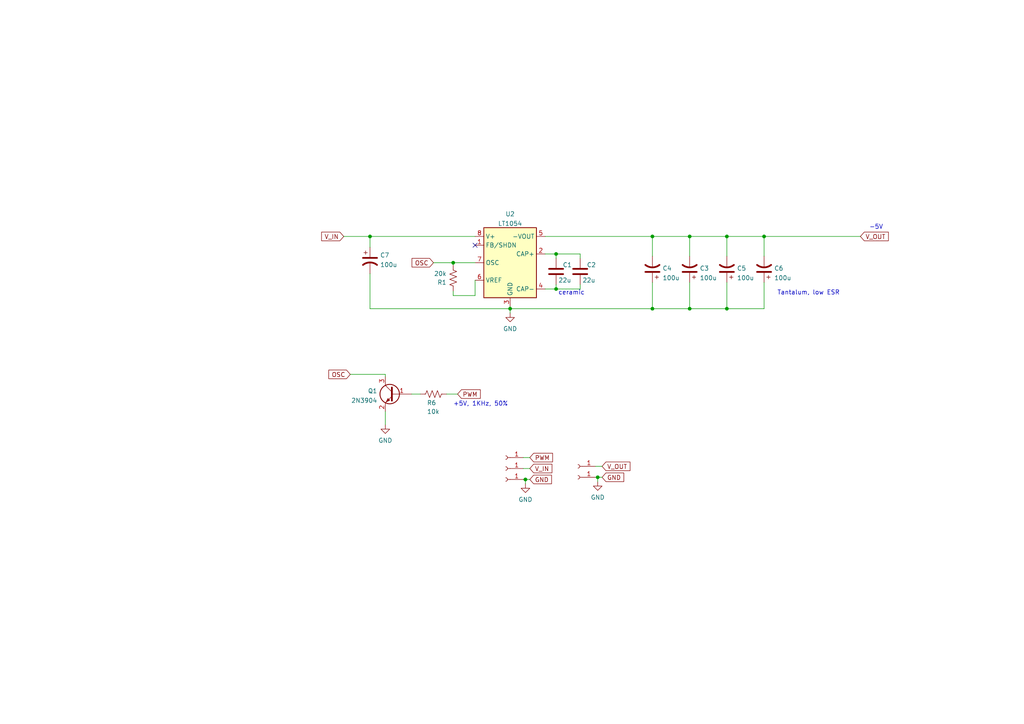
<source format=kicad_sch>
(kicad_sch (version 20211123) (generator eeschema)
  (paper "A4")
  (lib_symbols
    (symbol "!my-kicad-library:2N3904" (pin_names (offset 0) hide)
      (property "Reference" "Q" (at 5.08 1.905 0))
      (property "Value" "2N3904" (at 5.08 0 0))
      (symbol "2N3904_0_1"
        (polyline (pts (xy 0.635 0.635) (xy 2.54 2.54)))
        (polyline (pts (xy 0.635 -0.635) (xy 2.54 -2.54) (xy 2.54 -2.54)))
        (polyline (pts (xy 0.635 1.905) (xy 0.635 -1.905) (xy 0.635 -1.905)) (stroke (width 0.508)))
        (polyline (pts (xy 1.27 -1.778) (xy 1.778 -1.27) (xy 2.286 -2.286) (xy 1.27 -1.778) (xy 1.27 -1.778)) (fill (type outline)))
        (circle (center 1.27 0) (radius 2.8194) (stroke (width 0.254)))
      )
      (symbol "2N3904_1_1"
        (pin passive line (at -5.08 0 0) (length 5.715) (name "B") (number "1"))
        (pin passive line (at 2.54 -5.08 90) (length 2.54) (name "E") (number "2"))
        (pin passive line (at 2.54 5.08 270) (length 2.54) (name "C") (number "3"))
      )
    )
    (symbol "Connector:Conn_01x01_Female" (pin_names (offset 1.016) hide)
      (property "Reference" "J" (at 0 2.54 0))
      (property "Value" "Conn_01x01_Female" (at 0 -2.54 0))
      (symbol "Conn_01x01_Female_1_1"
        (polyline (pts (xy -1.27 0) (xy -0.508 0)) (stroke (width 0.1524)))
        (arc (start 0 0.508) (mid -0.508 0) (end 0 -0.508) (stroke (width 0.1524)))
        (pin passive line (at -5.08 0 0) (length 3.81) (name "Pin_1") (number "1"))
      )
    )
    (symbol "Device:C" (pin_numbers hide) (pin_names (offset 0.254))
      (property "Reference" "C" (at 0.635 2.54 0))
      (property "Value" "C" (at 0.635 -2.54 0))
      (symbol "C_0_1"
        (polyline (pts (xy -2.032 -0.762) (xy 2.032 -0.762)) (stroke (width 0.508)))
        (polyline (pts (xy -2.032 0.762) (xy 2.032 0.762)) (stroke (width 0.508)))
      )
      (symbol "C_1_1"
        (pin passive line (at 0 3.81 270) (length 2.794) (name "~") (number "1"))
        (pin passive line (at 0 -3.81 90) (length 2.794) (name "~") (number "2"))
      )
    )
    (symbol "Device:C_Polarized_US" (pin_numbers hide) (pin_names (offset 0.254) hide)
      (property "Reference" "C" (at 0.635 2.54 0))
      (property "Value" "C_Polarized_US" (at 0.635 -2.54 0))
      (symbol "C_Polarized_US_0_1"
        (polyline (pts (xy -2.032 0.762) (xy 2.032 0.762)) (stroke (width 0.508)))
        (polyline (pts (xy -1.778 2.286) (xy -0.762 2.286)))
        (polyline (pts (xy -1.27 1.778) (xy -1.27 2.794)))
        (arc (start 2.032 -1.27) (mid 0 -0.5572) (end -2.032 -1.27) (stroke (width 0.508)))
      )
      (symbol "C_Polarized_US_1_1"
        (pin passive line (at 0 3.81 270) (length 2.794) (name "~") (number "1"))
        (pin passive line (at 0 -3.81 90) (length 3.302) (name "~") (number "2"))
      )
    )
    (symbol "Device:R_US" (pin_numbers hide) (pin_names (offset 0))
      (property "Reference" "R" (at 2.54 0 90))
      (property "Value" "R_US" (at -2.54 0 90))
      (symbol "R_US_0_1"
        (polyline (pts (xy 0 -2.286) (xy 0 -2.54)))
        (polyline (pts (xy 0 2.286) (xy 0 2.54)))
        (polyline (pts (xy 0 -0.762) (xy 1.016 -1.143) (xy 0 -1.524) (xy -1.016 -1.905) (xy 0 -2.286)))
        (polyline (pts (xy 0 0.762) (xy 1.016 0.381) (xy 0 0) (xy -1.016 -0.381) (xy 0 -0.762)))
        (polyline (pts (xy 0 2.286) (xy 1.016 1.905) (xy 0 1.524) (xy -1.016 1.143) (xy 0 0.762)))
      )
      (symbol "R_US_1_1"
        (pin passive line (at 0 3.81 270) (length 1.27) (name "~") (number "1"))
        (pin passive line (at 0 -3.81 90) (length 1.27) (name "~") (number "2"))
      )
    )
    (symbol "Regulator_SwitchedCapacitor:LT1054"
      (property "Reference" "U" (at -6.604 11.176 0))
      (property "Value" "LT1054" (at 4.318 11.176 0))
      (symbol "LT1054_0_1"
        (rectangle (start -7.62 10.16) (end 7.62 -10.16) (stroke (width 0.254)) (fill (type background)))
      )
      (symbol "LT1054_1_1"
        (pin input line (at -10.16 5.08 0) (length 2.54) (name "FB/SHDN") (number "1"))
        (pin input line (at 10.16 2.54 180) (length 2.54) (name "CAP+") (number "2"))
        (pin power_in line (at 0 -12.7 90) (length 2.54) (name "GND") (number "3"))
        (pin input line (at 10.16 -7.62 180) (length 2.54) (name "CAP-") (number "4"))
        (pin power_out line (at 10.16 7.62 180) (length 2.54) (name "-VOUT") (number "5"))
        (pin output line (at -10.16 -5.08 0) (length 2.54) (name "VREF") (number "6"))
        (pin input line (at -10.16 0 0) (length 2.54) (name "OSC") (number "7"))
        (pin power_in line (at -10.16 7.62 0) (length 2.54) (name "V+") (number "8"))
      )
    )
    (symbol "power:GND" (power) (pin_names (offset 0))
      (property "Value" "GND" (at 0 -3.81 0))
      (symbol "GND_0_1"
        (polyline (pts (xy 0 0) (xy 0 -1.27) (xy 1.27 -1.27) (xy 0 -2.54) (xy -1.27 -1.27) (xy 0 -1.27)))
      )
      (symbol "GND_1_1"
        (pin power_in line (at 0 0 270) (length 0) hide (name "GND") (number "1"))
      )
    )
  )
  (junction (at 200.025 89.535))
  (junction (at 161.29 73.66))
  (junction (at 200.025 68.58))
  (junction (at 107.315 68.58))
  (junction (at 131.445 76.2))
  (junction (at 161.29 83.82))
  (junction (at 147.955 89.535))
  (junction (at 210.82 89.535))
  (junction (at 173.355 138.43))
  (junction (at 210.82 68.58))
  (junction (at 189.23 68.58))
  (junction (at 221.615 68.58))
  (junction (at 152.4 139.065))
  (junction (at 189.23 89.535))
  (no_connect (at 137.795 71.12))
  (wire (pts (xy 147.955 89.535) (xy 189.23 89.535)))
  (wire (pts (xy 147.955 89.535) (xy 147.955 90.805)))
  (wire (pts (xy 107.315 68.58) (xy 137.795 68.58)))
  (wire (pts (xy 200.025 68.58) (xy 200.025 74.295)))
  (wire (pts (xy 129.54 114.3) (xy 132.715 114.3)))
  (wire (pts (xy 131.445 84.455) (xy 131.445 85.725)))
  (wire (pts (xy 210.82 81.915) (xy 210.82 89.535)))
  (wire (pts (xy 107.315 89.535) (xy 147.955 89.535)))
  (wire (pts (xy 173.355 138.43) (xy 173.355 139.7)))
  (wire (pts (xy 151.765 139.065) (xy 152.4 139.065)))
  (wire (pts (xy 210.82 68.58) (xy 210.82 74.295)))
  (wire (pts (xy 151.765 132.715) (xy 153.67 132.715)))
  (wire (pts (xy 210.82 68.58) (xy 221.615 68.58)))
  (wire (pts (xy 168.275 74.93) (xy 168.275 73.66)))
  (wire (pts (xy 158.115 68.58) (xy 189.23 68.58)))
  (wire (pts (xy 221.615 68.58) (xy 249.555 68.58)))
  (wire (pts (xy 151.765 135.89) (xy 153.67 135.89)))
  (wire (pts (xy 173.355 138.43) (xy 174.625 138.43)))
  (wire (pts (xy 172.72 135.255) (xy 174.625 135.255)))
  (wire (pts (xy 147.955 88.9) (xy 147.955 89.535)))
  (wire (pts (xy 221.615 81.915) (xy 221.615 89.535)))
  (wire (pts (xy 101.6 108.585) (xy 111.76 108.585)))
  (wire (pts (xy 161.29 82.55) (xy 161.29 83.82)))
  (wire (pts (xy 161.29 74.93) (xy 161.29 73.66)))
  (wire (pts (xy 119.38 114.3) (xy 121.92 114.3)))
  (wire (pts (xy 111.76 119.38) (xy 111.76 123.19)))
  (wire (pts (xy 161.29 83.82) (xy 168.275 83.82)))
  (wire (pts (xy 189.23 68.58) (xy 200.025 68.58)))
  (wire (pts (xy 152.4 139.065) (xy 152.4 140.335)))
  (wire (pts (xy 210.82 89.535) (xy 221.615 89.535)))
  (wire (pts (xy 99.695 68.58) (xy 107.315 68.58)))
  (wire (pts (xy 137.795 76.2) (xy 131.445 76.2)))
  (wire (pts (xy 221.615 68.58) (xy 221.615 74.295)))
  (wire (pts (xy 200.025 89.535) (xy 210.82 89.535)))
  (wire (pts (xy 189.23 68.58) (xy 189.23 74.295)))
  (wire (pts (xy 131.445 76.2) (xy 131.445 76.835)))
  (wire (pts (xy 107.315 68.58) (xy 107.315 71.755)))
  (wire (pts (xy 152.4 139.065) (xy 153.67 139.065)))
  (wire (pts (xy 137.795 85.725) (xy 131.445 85.725)))
  (wire (pts (xy 161.29 73.66) (xy 158.115 73.66)))
  (wire (pts (xy 200.025 81.915) (xy 200.025 89.535)))
  (wire (pts (xy 137.795 81.28) (xy 137.795 85.725)))
  (wire (pts (xy 107.315 79.375) (xy 107.315 89.535)))
  (wire (pts (xy 158.115 83.82) (xy 161.29 83.82)))
  (wire (pts (xy 172.72 138.43) (xy 173.355 138.43)))
  (wire (pts (xy 125.73 76.2) (xy 131.445 76.2)))
  (wire (pts (xy 111.76 108.585) (xy 111.76 109.22)))
  (wire (pts (xy 200.025 68.58) (xy 210.82 68.58)))
  (wire (pts (xy 168.275 82.55) (xy 168.275 83.82)))
  (wire (pts (xy 168.275 73.66) (xy 161.29 73.66)))
  (wire (pts (xy 189.23 81.915) (xy 189.23 89.535)))
  (wire (pts (xy 189.23 89.535) (xy 200.025 89.535)))
  (text "ceramic" (at 161.925 85.725 0) (effects (font (size 1.27 1.27)) (justify left bottom)))
  (text "Tantalum, low ESR" (at 225.425 85.725 0) (effects (font (size 1.27 1.27)) (justify left bottom)))
  (text "-5V\n" (at 252.095 66.675 0) (effects (font (size 1.27 1.27)) (justify left bottom)))
  (text "+5V, 1KHz, 50%\n\n" (at 131.445 120.015 0) (effects (font (size 1.27 1.27)) (justify left bottom)))
  (global_label "V_IN" (shape input) (at 99.695 68.58 180) (property "Intersheet References" "${INTERSHEET_REFS}" (effects hide)))
  (global_label "V_IN" (shape input) (at 153.67 135.89 0) (property "Intersheet References" "${INTERSHEET_REFS}" (effects hide)))
  (global_label "V_OUT" (shape input) (at 174.625 135.255 0) (property "Intersheet References" "${INTERSHEET_REFS}" (effects hide)))
  (global_label "PWM" (shape input) (at 132.715 114.3 0) (property "Intersheet References" "${INTERSHEET_REFS}" (effects hide)))
  (global_label "OSC" (shape input) (at 101.6 108.585 180) (property "Intersheet References" "${INTERSHEET_REFS}" (effects hide)))
  (global_label "OSC" (shape input) (at 125.73 76.2 180) (property "Intersheet References" "${INTERSHEET_REFS}" (effects hide)))
  (global_label "GND" (shape input) (at 174.625 138.43 0) (property "Intersheet References" "${INTERSHEET_REFS}" (effects hide)))
  (global_label "V_OUT" (shape input) (at 249.555 68.58 0) (property "Intersheet References" "${INTERSHEET_REFS}" (effects hide)))
  (global_label "PWM" (shape input) (at 153.67 132.715 0) (property "Intersheet References" "${INTERSHEET_REFS}" (effects hide)))
  (global_label "GND" (shape input) (at 153.67 139.065 0) (property "Intersheet References" "${INTERSHEET_REFS}" (effects hide)))
  (symbol (lib_id "Connector:Conn_01x01_Female") (at 167.64 138.43 180) (unit 1)
    (property "Reference" "J4" (effects hide))
    (property "Value" "GND" (effects hide))
    (property "Footprint" "Connector_PinSocket_2.54mm:PinSocket_1x01_P2.54mm_Vertical" (effects hide))
  )
  (symbol (lib_id "Connector:Conn_01x01_Female") (at 146.685 132.715 180) (unit 1)
    (property "Reference" "J5" (effects hide))
    (property "Value" "PWM" (effects hide))
    (property "Footprint" "Connector_PinSocket_2.54mm:PinSocket_1x01_P2.54mm_Vertical" (effects hide))
  )
  (symbol (lib_id "Connector:Conn_01x01_Female") (at 146.685 135.89 180) (unit 1)
    (property "Reference" "J1" (effects hide))
    (property "Value" "Vin" (effects hide))
    (property "Footprint" "Connector_PinSocket_2.54mm:PinSocket_1x01_P2.54mm_Vertical" (effects hide))
  )
  (symbol (lib_id "power:GND") (at 111.76 123.19 0) (unit 1)
    (property "Reference" "#PWR0104" (effects hide))
    (property "Value" "GND" (at 111.76 127.7525 0))
  )
  (symbol (lib_id "Device:C_Polarized_US") (at 210.82 78.105 180) (unit 1)
    (property "Reference" "C5" (at 213.741 77.8315 0) (effects (justify right)))
    (property "Value" "100u" (at 213.741 80.6066 0) (effects (justify right)))
    (property "Footprint" "Capacitor_Tantalum_SMD:CP_EIA-7361-438_AVX-U_Pad2.18x3.30mm_HandSolder" (effects hide))
  )
  (symbol (lib_id "!my-kicad-library:2N3904") (at 114.3 114.3 0) (mirror y) (unit 1)
    (property "Reference" "Q1" (at 109.4487 113.3915 0) (effects (justify left)))
    (property "Value" "2N3904" (at 109.4487 116.1666 0) (effects (justify left)))
    (property "Footprint" "Package_TO_SOT_SMD:SOT-23" (effects hide))
    (property "Datasheet" "https://www.onsemi.com/pub/Collateral/2N3903-D.PDF" (effects hide))
  )
  (symbol (lib_id "Device:C_Polarized_US") (at 189.23 78.105 180) (unit 1)
    (property "Reference" "C4" (at 192.151 77.8315 0) (effects (justify right)))
    (property "Value" "100u" (at 192.151 80.6066 0) (effects (justify right)))
    (property "Footprint" "Capacitor_Tantalum_SMD:CP_EIA-7361-438_AVX-U_Pad2.18x3.30mm_HandSolder" (effects hide))
  )
  (symbol (lib_id "Device:C_Polarized_US") (at 221.615 78.105 180) (unit 1)
    (property "Reference" "C6" (at 224.536 77.8315 0) (effects (justify right)))
    (property "Value" "100u" (at 224.536 80.6066 0) (effects (justify right)))
    (property "Footprint" "Capacitor_Tantalum_SMD:CP_EIA-7361-438_AVX-U_Pad2.18x3.30mm_HandSolder" (effects hide))
  )
  (symbol (lib_id "Regulator_SwitchedCapacitor:LT1054") (at 147.955 76.2 0) (unit 1)
    (property "Reference" "U2" (at 147.955 62.0735 0))
    (property "Value" "LT1054" (at 147.955 64.8486 0))
    (property "Footprint" "Package_DIP:DIP-8_W8.89mm_SMDSocket_LongPads" (effects hide))
    (property "Datasheet" "https://www.analog.com/media/en/technical-documentation/data-sheets/1054lfh.pdf" (effects hide))
  )
  (symbol (lib_id "Connector:Conn_01x01_Female") (at 146.685 139.065 180) (unit 1)
    (property "Reference" "J2" (effects hide))
    (property "Value" "GND" (effects hide))
    (property "Footprint" "Connector_PinSocket_2.54mm:PinSocket_1x01_P2.54mm_Vertical" (effects hide))
  )
  (symbol (lib_id "Device:R_US") (at 125.73 114.3 270) (unit 1)
    (property "Reference" "R6" (at 123.825 116.84 90) (effects (justify left)))
    (property "Value" "10k" (at 123.825 119.38 90) (effects (justify left)))
    (property "Footprint" "Resistor_SMD:R_0805_2012Metric" (effects hide))
  )
  (symbol (lib_id "Device:C") (at 168.275 78.74 0) (unit 1)
    (property "Reference" "C2" (at 170.18 76.835 0) (effects (justify left)))
    (property "Value" "22u" (at 168.91 81.28 0) (effects (justify left)))
    (property "Footprint" "Capacitor_SMD:C_1206_3216Metric" (effects hide))
  )
  (symbol (lib_id "power:GND") (at 147.955 90.805 0) (unit 1)
    (property "Reference" "#PWR0103" (effects hide))
    (property "Value" "GND" (at 147.955 95.3675 0))
  )
  (symbol (lib_id "Connector:Conn_01x01_Female") (at 167.64 135.255 180) (unit 1)
    (property "Reference" "J3" (effects hide))
    (property "Value" "Vout" (effects hide))
    (property "Footprint" "Connector_PinSocket_2.54mm:PinSocket_1x01_P2.54mm_Vertical" (effects hide))
  )
  (symbol (lib_id "Device:C_Polarized_US") (at 200.025 78.105 180) (unit 1)
    (property "Reference" "C3" (at 202.946 77.8315 0) (effects (justify right)))
    (property "Value" "100u" (at 202.946 80.6066 0) (effects (justify right)))
    (property "Footprint" "Capacitor_Tantalum_SMD:CP_EIA-7361-438_AVX-U_Pad2.18x3.30mm_HandSolder" (effects hide))
  )
  (symbol (lib_id "Device:R_US") (at 131.445 80.645 180) (unit 1)
    (property "Reference" "R1" (at 129.54 81.915 0) (effects (justify left)))
    (property "Value" "20k" (at 129.54 79.375 0) (effects (justify left)))
    (property "Footprint" "Resistor_SMD:R_0805_2012Metric" (effects hide))
  )
  (symbol (lib_id "power:GND") (at 173.355 139.7 0) (unit 1)
    (property "Reference" "#PWR0102" (effects hide))
    (property "Value" "GND" (at 173.355 144.2625 0))
  )
  (symbol (lib_id "Device:C") (at 161.29 78.74 0) (unit 1)
    (property "Reference" "C1" (at 163.195 76.835 0) (effects (justify left)))
    (property "Value" "22u" (at 161.925 81.28 0) (effects (justify left)))
    (property "Footprint" "Capacitor_SMD:C_1206_3216Metric" (effects hide))
  )
  (symbol (lib_id "Device:C_Polarized_US") (at 107.315 75.565 0) (unit 1)
    (property "Reference" "C7" (at 110.236 74.0215 0) (effects (justify left)))
    (property "Value" "100u" (at 110.236 76.7966 0) (effects (justify left)))
    (property "Footprint" "Capacitor_Tantalum_SMD:CP_EIA-7361-438_AVX-U_Pad2.18x3.30mm_HandSolder" (effects hide))
  )
  (symbol (lib_id "power:GND") (at 152.4 140.335 0) (unit 1)
    (property "Reference" "#PWR0101" (effects hide))
    (property "Value" "GND" (at 152.4 144.8975 0))
  )
)
</source>
